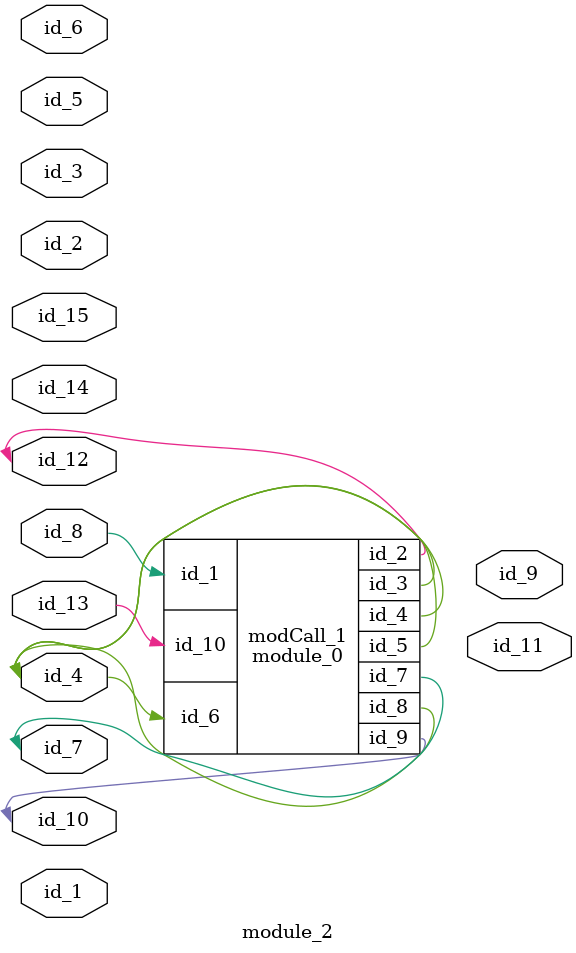
<source format=v>
module module_0 (
    id_1,
    id_2,
    id_3,
    id_4,
    id_5,
    id_6,
    id_7,
    id_8,
    id_9,
    id_10
);
  input wire id_10;
  inout wire id_9;
  inout wire id_8;
  inout wire id_7;
  input wire id_6;
  inout wire id_5;
  output wire id_4;
  output wire id_3;
  inout wire id_2;
  input wire id_1;
  assign id_4 = id_5;
endmodule
module module_1;
  wire id_1;
  module_0 modCall_1 (
      id_1,
      id_1,
      id_1,
      id_1,
      id_1,
      id_1,
      id_1,
      id_1,
      id_1,
      id_1
  );
endmodule
module module_2 (
    id_1,
    id_2,
    id_3,
    id_4,
    id_5,
    id_6,
    id_7,
    id_8,
    id_9,
    id_10,
    id_11,
    id_12,
    id_13,
    id_14,
    id_15
);
  inout wire id_15;
  input wire id_14;
  inout wire id_13;
  inout wire id_12;
  output wire id_11;
  inout wire id_10;
  output wire id_9;
  input wire id_8;
  inout wire id_7;
  input wire id_6;
  input wire id_5;
  inout wire id_4;
  input wire id_3;
  inout wire id_2;
  inout wire id_1;
  module_0 modCall_1 (
      id_8,
      id_12,
      id_4,
      id_4,
      id_4,
      id_4,
      id_7,
      id_4,
      id_10,
      id_13
  );
endmodule

</source>
